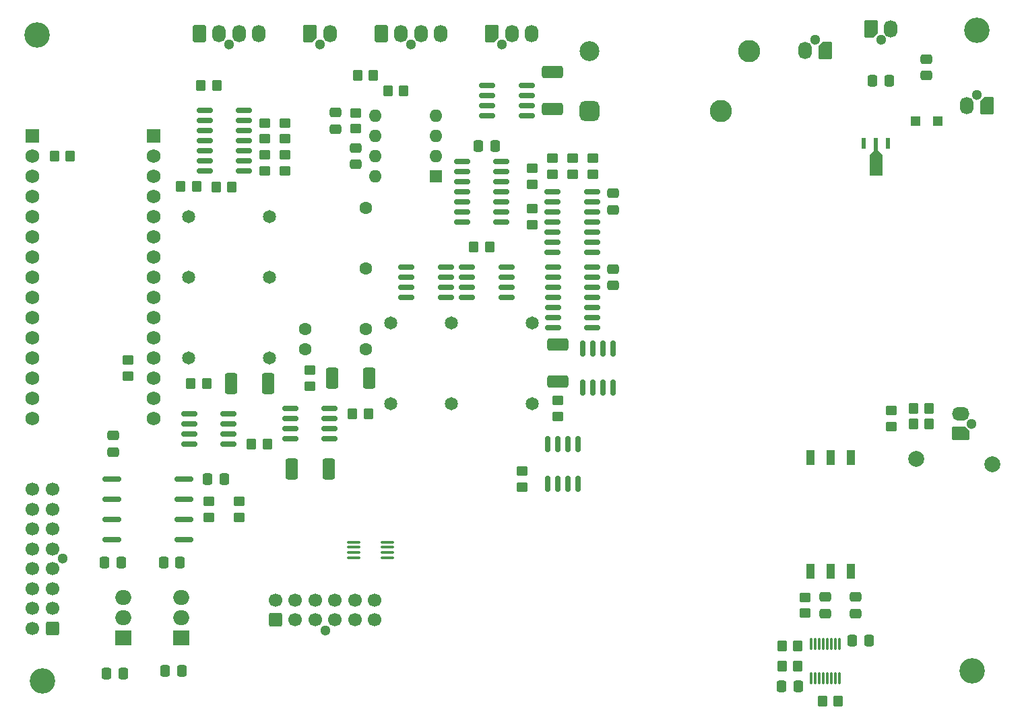
<source format=gbr>
%TF.GenerationSoftware,KiCad,Pcbnew,8.0.4*%
%TF.CreationDate,2025-02-24T12:54:05-08:00*%
%TF.ProjectId,Accumulator_Board,41636375-6d75-46c6-9174-6f725f426f61,rev?*%
%TF.SameCoordinates,Original*%
%TF.FileFunction,Soldermask,Top*%
%TF.FilePolarity,Negative*%
%FSLAX46Y46*%
G04 Gerber Fmt 4.6, Leading zero omitted, Abs format (unit mm)*
G04 Created by KiCad (PCBNEW 8.0.4) date 2025-02-24 12:54:05*
%MOMM*%
%LPD*%
G01*
G04 APERTURE LIST*
G04 Aperture macros list*
%AMRoundRect*
0 Rectangle with rounded corners*
0 $1 Rounding radius*
0 $2 $3 $4 $5 $6 $7 $8 $9 X,Y pos of 4 corners*
0 Add a 4 corners polygon primitive as box body*
4,1,4,$2,$3,$4,$5,$6,$7,$8,$9,$2,$3,0*
0 Add four circle primitives for the rounded corners*
1,1,$1+$1,$2,$3*
1,1,$1+$1,$4,$5*
1,1,$1+$1,$6,$7*
1,1,$1+$1,$8,$9*
0 Add four rect primitives between the rounded corners*
20,1,$1+$1,$2,$3,$4,$5,0*
20,1,$1+$1,$4,$5,$6,$7,0*
20,1,$1+$1,$6,$7,$8,$9,0*
20,1,$1+$1,$8,$9,$2,$3,0*%
%AMFreePoly0*
4,1,22,0.945671,0.830970,1.026777,0.776777,1.080970,0.695671,1.100000,0.600000,1.100000,-0.600000,1.080970,-0.695671,1.026777,-0.776777,0.945671,-0.830970,0.850000,-0.850000,-0.450000,-0.850000,-0.545671,-0.830970,-0.626777,-0.776777,-1.026777,-0.376777,-1.080970,-0.295671,-1.100000,-0.200000,-1.100000,0.600000,-1.080970,0.695671,-1.026777,0.776777,-0.945671,0.830970,-0.850000,0.850000,
0.850000,0.850000,0.945671,0.830970,0.945671,0.830970,$1*%
G04 Aperture macros list end*
%ADD10C,0.000000*%
%ADD11C,1.300000*%
%ADD12RoundRect,0.250000X0.600000X0.600000X-0.600000X0.600000X-0.600000X-0.600000X0.600000X-0.600000X0*%
%ADD13C,1.700000*%
%ADD14RoundRect,0.249999X-0.512501X-1.075001X0.512501X-1.075001X0.512501X1.075001X-0.512501X1.075001X0*%
%ADD15RoundRect,0.250000X0.450000X-0.350000X0.450000X0.350000X-0.450000X0.350000X-0.450000X-0.350000X0*%
%ADD16RoundRect,0.102000X-0.765000X-0.765000X0.765000X-0.765000X0.765000X0.765000X-0.765000X0.765000X0*%
%ADD17C,1.734000*%
%ADD18FreePoly0,180.000000*%
%ADD19O,2.200000X1.700000*%
%ADD20RoundRect,0.250000X0.350000X0.450000X-0.350000X0.450000X-0.350000X-0.450000X0.350000X-0.450000X0*%
%ADD21RoundRect,0.250000X0.337500X0.475000X-0.337500X0.475000X-0.337500X-0.475000X0.337500X-0.475000X0*%
%ADD22RoundRect,0.250000X-0.350000X-0.450000X0.350000X-0.450000X0.350000X0.450000X-0.350000X0.450000X0*%
%ADD23RoundRect,0.150000X-0.150000X0.825000X-0.150000X-0.825000X0.150000X-0.825000X0.150000X0.825000X0*%
%ADD24C,2.000000*%
%ADD25RoundRect,0.249999X0.512501X1.075001X-0.512501X1.075001X-0.512501X-1.075001X0.512501X-1.075001X0*%
%ADD26RoundRect,0.250000X-0.450000X0.350000X-0.450000X-0.350000X0.450000X-0.350000X0.450000X0.350000X0*%
%ADD27RoundRect,0.249999X1.075001X-0.512501X1.075001X0.512501X-1.075001X0.512501X-1.075001X-0.512501X0*%
%ADD28RoundRect,0.250000X0.600000X-0.850000X0.600000X0.850000X-0.600000X0.850000X-0.600000X-0.850000X0*%
%ADD29O,1.700000X2.200000*%
%ADD30C,3.200000*%
%ADD31R,0.533400X1.397000*%
%ADD32C,1.608074*%
%ADD33RoundRect,0.250000X-0.475000X0.337500X-0.475000X-0.337500X0.475000X-0.337500X0.475000X0.337500X0*%
%ADD34C,1.651000*%
%ADD35R,2.000000X1.905000*%
%ADD36O,2.000000X1.905000*%
%ADD37RoundRect,0.150000X-0.825000X-0.150000X0.825000X-0.150000X0.825000X0.150000X-0.825000X0.150000X0*%
%ADD38RoundRect,0.150000X0.825000X0.150000X-0.825000X0.150000X-0.825000X-0.150000X0.825000X-0.150000X0*%
%ADD39RoundRect,0.250000X0.475000X-0.337500X0.475000X0.337500X-0.475000X0.337500X-0.475000X-0.337500X0*%
%ADD40FreePoly0,90.000000*%
%ADD41RoundRect,0.250000X-0.337500X-0.475000X0.337500X-0.475000X0.337500X0.475000X-0.337500X0.475000X0*%
%ADD42RoundRect,0.075000X0.075000X-0.650000X0.075000X0.650000X-0.075000X0.650000X-0.075000X-0.650000X0*%
%ADD43RoundRect,0.625000X-0.625000X-0.625000X0.625000X-0.625000X0.625000X0.625000X-0.625000X0.625000X0*%
%ADD44C,2.800000*%
%ADD45C,2.500000*%
%ADD46R,1.600000X1.600000*%
%ADD47O,1.600000X1.600000*%
%ADD48RoundRect,0.100000X0.712500X0.100000X-0.712500X0.100000X-0.712500X-0.100000X0.712500X-0.100000X0*%
%ADD49R,1.200000X1.200000*%
%ADD50RoundRect,0.162500X-1.012500X-0.162500X1.012500X-0.162500X1.012500X0.162500X-1.012500X0.162500X0*%
%ADD51FreePoly0,270.000000*%
%ADD52R,1.020000X1.890000*%
%ADD53RoundRect,0.250000X0.600000X-0.600000X0.600000X0.600000X-0.600000X0.600000X-0.600000X-0.600000X0*%
G04 APERTURE END LIST*
D10*
%TO.C,U15*%
G36*
X132346700Y-40576500D02*
G01*
X132880100Y-41084500D01*
X132880100Y-43751500D01*
X131279900Y-43751500D01*
X131279900Y-41084500D01*
X131813300Y-40576500D01*
X131813300Y-40055800D01*
X132346700Y-40055800D01*
X132346700Y-40576500D01*
G37*
%TD*%
D11*
%TO.C,J11*%
X29915000Y-91935000D03*
D12*
X28575000Y-100685000D03*
D13*
X28575000Y-98185000D03*
X28575000Y-95685000D03*
X28575000Y-93185000D03*
X28575000Y-90685000D03*
X28575000Y-88185000D03*
X28575000Y-85685000D03*
X28575000Y-83185000D03*
X26075000Y-100685000D03*
X26075000Y-98185000D03*
X26075000Y-95685000D03*
X26075000Y-93185000D03*
X26075000Y-90685000D03*
X26075000Y-88185000D03*
X26075000Y-85685000D03*
X26075000Y-83185000D03*
%TD*%
D14*
%TO.C,D5*%
X63702500Y-69215000D03*
X68377500Y-69215000D03*
%TD*%
D15*
%TO.C,R3*%
X57785000Y-39100000D03*
X57785000Y-37100000D03*
%TD*%
D16*
%TO.C,U2*%
X26035000Y-38735000D03*
D17*
X26035000Y-41275000D03*
X26035000Y-43815000D03*
X26035000Y-46355000D03*
X26035000Y-48895000D03*
X26035000Y-51435000D03*
X26035000Y-53975000D03*
X26035000Y-56515000D03*
X26035000Y-59055000D03*
X26035000Y-61595000D03*
X26035000Y-64135000D03*
X26035000Y-66675000D03*
X26035000Y-69215000D03*
X26035000Y-71755000D03*
X26035000Y-74295000D03*
D16*
X41275000Y-38735000D03*
D17*
X41275000Y-41275000D03*
X41275000Y-43815000D03*
X41275000Y-46355000D03*
X41275000Y-48895000D03*
X41275000Y-51435000D03*
X41275000Y-53975000D03*
X41275000Y-56515000D03*
X41275000Y-59055000D03*
X41275000Y-61595000D03*
X41275000Y-64135000D03*
X41275000Y-66675000D03*
X41275000Y-69215000D03*
X41275000Y-71755000D03*
X41275000Y-74295000D03*
%TD*%
D15*
%TO.C,R28*%
X92075000Y-74025000D03*
X92075000Y-72025000D03*
%TD*%
D11*
%TO.C,J5*%
X144055000Y-74930000D03*
D18*
X142715000Y-76180000D03*
D19*
X142715000Y-73680000D03*
%TD*%
D20*
%TO.C,R15*%
X138795000Y-73025000D03*
X136795000Y-73025000D03*
%TD*%
D21*
%TO.C,C10*%
X44852500Y-106045000D03*
X42777500Y-106045000D03*
%TD*%
D22*
%TO.C,R32*%
X45990000Y-69850000D03*
X47990000Y-69850000D03*
%TD*%
D23*
%TO.C,CR4*%
X94615000Y-77535000D03*
X93345000Y-77535000D03*
X92075000Y-77535000D03*
X90805000Y-77535000D03*
X90805000Y-82485000D03*
X92075000Y-82485000D03*
X93345000Y-82485000D03*
X94615000Y-82485000D03*
%TD*%
D24*
%TO.C,TP2*%
X137160000Y-79375000D03*
%TD*%
D15*
%TO.C,R27*%
X96520000Y-43545000D03*
X96520000Y-41545000D03*
%TD*%
D20*
%TO.C,R7*%
X51165000Y-45161200D03*
X49165000Y-45161200D03*
%TD*%
D21*
%TO.C,C5*%
X122322500Y-107950000D03*
X120247500Y-107950000D03*
%TD*%
D22*
%TO.C,R9*%
X47260000Y-32385000D03*
X49260000Y-32385000D03*
%TD*%
%TO.C,R11*%
X120285000Y-102870000D03*
X122285000Y-102870000D03*
%TD*%
D25*
%TO.C,D6*%
X63297500Y-80645000D03*
X58622500Y-80645000D03*
%TD*%
D26*
%TO.C,R14*%
X133985000Y-73295000D03*
X133985000Y-75295000D03*
%TD*%
D22*
%TO.C,R6*%
X44720000Y-45110400D03*
X46720000Y-45110400D03*
%TD*%
D27*
%TO.C,D7*%
X91440000Y-35357500D03*
X91440000Y-30682500D03*
%TD*%
D11*
%TO.C,J7*%
X73660000Y-27215000D03*
D28*
X69910000Y-25875000D03*
D29*
X72410000Y-25875000D03*
X74910000Y-25875000D03*
X77410000Y-25875000D03*
%TD*%
D30*
%TO.C,REF\u002A\u002A*%
X27305000Y-107315000D03*
%TD*%
D31*
%TO.C,U15*%
X133580000Y-39649400D03*
X132080000Y-39649400D03*
X130580000Y-39649400D03*
%TD*%
D32*
%TO.C,K4*%
X67945000Y-65571000D03*
X67945000Y-63031000D03*
X67945000Y-55411000D03*
X67945000Y-47791000D03*
X60325000Y-63031000D03*
X60325000Y-65571000D03*
%TD*%
D33*
%TO.C,C17*%
X66675000Y-40237500D03*
X66675000Y-42312500D03*
%TD*%
D20*
%TO.C,R33*%
X55610000Y-77470000D03*
X53610000Y-77470000D03*
%TD*%
D34*
%TO.C,K3*%
X55880000Y-66675000D03*
X55880000Y-56515000D03*
X55880000Y-48895000D03*
X45720000Y-48895000D03*
X45720000Y-56515000D03*
X45720000Y-66675000D03*
%TD*%
D35*
%TO.C,U9*%
X44760000Y-101895000D03*
D36*
X44760000Y-99355000D03*
X44760000Y-96815000D03*
%TD*%
D37*
%TO.C,CR5*%
X45785000Y-73660000D03*
X45785000Y-74930000D03*
X45785000Y-76200000D03*
X45785000Y-77470000D03*
X50735000Y-77470000D03*
X50735000Y-76200000D03*
X50735000Y-74930000D03*
X50735000Y-73660000D03*
%TD*%
D26*
%TO.C,R29*%
X87630000Y-80915000D03*
X87630000Y-82915000D03*
%TD*%
D38*
%TO.C,CR1*%
X63435000Y-76835000D03*
X63435000Y-75565000D03*
X63435000Y-74295000D03*
X63435000Y-73025000D03*
X58485000Y-73025000D03*
X58485000Y-74295000D03*
X58485000Y-75565000D03*
X58485000Y-76835000D03*
%TD*%
D27*
%TO.C,D2*%
X92075000Y-69647500D03*
X92075000Y-64972500D03*
%TD*%
D20*
%TO.C,R18*%
X68945000Y-31115000D03*
X66945000Y-31115000D03*
%TD*%
D15*
%TO.C,R21*%
X88900000Y-44815000D03*
X88900000Y-42815000D03*
%TD*%
D39*
%TO.C,C22*%
X99060000Y-48027500D03*
X99060000Y-45952500D03*
%TD*%
D11*
%TO.C,J6*%
X62230000Y-27215000D03*
D40*
X60980000Y-25875000D03*
D29*
X63480000Y-25875000D03*
%TD*%
D41*
%TO.C,C6*%
X129137500Y-102235000D03*
X131212500Y-102235000D03*
%TD*%
D15*
%TO.C,R5*%
X55245000Y-43130000D03*
X55245000Y-41130000D03*
%TD*%
D20*
%TO.C,R16*%
X138795000Y-74930000D03*
X136795000Y-74930000D03*
%TD*%
%TO.C,R12*%
X122285000Y-105410000D03*
X120285000Y-105410000D03*
%TD*%
D34*
%TO.C,K1*%
X88887300Y-62230000D03*
X78727300Y-62230000D03*
X71107300Y-62230000D03*
X71107300Y-72390000D03*
X78727300Y-72390000D03*
X88887300Y-72390000D03*
%TD*%
D11*
%TO.C,J4*%
X50800000Y-27215000D03*
D28*
X47050000Y-25875000D03*
D29*
X49550000Y-25875000D03*
X52050000Y-25875000D03*
X54550000Y-25875000D03*
%TD*%
D11*
%TO.C,J1*%
X85090000Y-27215000D03*
D40*
X83840000Y-25875000D03*
D29*
X86340000Y-25875000D03*
X88840000Y-25875000D03*
%TD*%
D42*
%TO.C,U8*%
X123980000Y-106925000D03*
X124480000Y-106925000D03*
X124980000Y-106925000D03*
X125480000Y-106925000D03*
X125980000Y-106925000D03*
X126480000Y-106925000D03*
X126980000Y-106925000D03*
X127480000Y-106925000D03*
X127480000Y-102625000D03*
X126980000Y-102625000D03*
X126480000Y-102625000D03*
X125980000Y-102625000D03*
X125480000Y-102625000D03*
X124980000Y-102625000D03*
X124480000Y-102625000D03*
X123980000Y-102625000D03*
%TD*%
D41*
%TO.C,C18*%
X82147500Y-40005000D03*
X84222500Y-40005000D03*
%TD*%
D38*
%TO.C,CR3*%
X85660000Y-59055000D03*
X85660000Y-57785000D03*
X85660000Y-56515000D03*
X85660000Y-55245000D03*
X80710000Y-55245000D03*
X80710000Y-56515000D03*
X80710000Y-57785000D03*
X80710000Y-59055000D03*
%TD*%
D20*
%TO.C,R30*%
X83550000Y-52705000D03*
X81550000Y-52705000D03*
%TD*%
D43*
%TO.C,K2*%
X96120000Y-35590000D03*
D44*
X112620000Y-35590000D03*
X116120000Y-28090000D03*
D45*
X96120000Y-28090000D03*
%TD*%
D38*
%TO.C,CR2*%
X78040000Y-59055000D03*
X78040000Y-57785000D03*
X78040000Y-56515000D03*
X78040000Y-55245000D03*
X73090000Y-55245000D03*
X73090000Y-56515000D03*
X73090000Y-57785000D03*
X73090000Y-59055000D03*
%TD*%
D22*
%TO.C,R10*%
X125365000Y-109855000D03*
X127365000Y-109855000D03*
%TD*%
D21*
%TO.C,C1*%
X50165000Y-81915000D03*
X48090000Y-81915000D03*
%TD*%
D37*
%TO.C,U7*%
X80075000Y-41910000D03*
X80075000Y-43180000D03*
X80075000Y-44450000D03*
X80075000Y-45720000D03*
X80075000Y-46990000D03*
X80075000Y-48260000D03*
X80075000Y-49530000D03*
X85025000Y-49530000D03*
X85025000Y-48260000D03*
X85025000Y-46990000D03*
X85025000Y-45720000D03*
X85025000Y-44450000D03*
X85025000Y-43180000D03*
X85025000Y-41910000D03*
%TD*%
D14*
%TO.C,D4*%
X51002500Y-69850000D03*
X55677500Y-69850000D03*
%TD*%
D39*
%TO.C,C9*%
X99060000Y-57552500D03*
X99060000Y-55477500D03*
%TD*%
D23*
%TO.C,Q1*%
X99060000Y-65470000D03*
X97790000Y-65470000D03*
X96520000Y-65470000D03*
X95250000Y-65470000D03*
X95250000Y-70420000D03*
X96520000Y-70420000D03*
X97790000Y-70420000D03*
X99060000Y-70420000D03*
%TD*%
D33*
%TO.C,C8*%
X125730000Y-96752500D03*
X125730000Y-98827500D03*
%TD*%
D41*
%TO.C,C11*%
X35390000Y-106340000D03*
X37465000Y-106340000D03*
%TD*%
D15*
%TO.C,R35*%
X38100000Y-68945000D03*
X38100000Y-66945000D03*
%TD*%
D37*
%TO.C,Q2*%
X83250000Y-32385000D03*
X83250000Y-33655000D03*
X83250000Y-34925000D03*
X83250000Y-36195000D03*
X88200000Y-36195000D03*
X88200000Y-34925000D03*
X88200000Y-33655000D03*
X88200000Y-32385000D03*
%TD*%
D33*
%TO.C,C2*%
X36195000Y-76432500D03*
X36195000Y-78507500D03*
%TD*%
D37*
%TO.C,U16*%
X91505000Y-55245000D03*
X91505000Y-56515000D03*
X91505000Y-57785000D03*
X91505000Y-59055000D03*
X91505000Y-60325000D03*
X91505000Y-61595000D03*
X91505000Y-62865000D03*
X96455000Y-62865000D03*
X96455000Y-61595000D03*
X96455000Y-60325000D03*
X96455000Y-59055000D03*
X96455000Y-57785000D03*
X96455000Y-56515000D03*
X96455000Y-55245000D03*
%TD*%
D26*
%TO.C,R1*%
X48260000Y-84725000D03*
X48260000Y-86725000D03*
%TD*%
D20*
%TO.C,R2*%
X30845000Y-41275000D03*
X28845000Y-41275000D03*
%TD*%
D38*
%TO.C,U5*%
X52690000Y-43130000D03*
X52690000Y-41860000D03*
X52690000Y-40590000D03*
X52690000Y-39320000D03*
X52690000Y-38050000D03*
X52690000Y-36780000D03*
X52690000Y-35510000D03*
X47740000Y-35510000D03*
X47740000Y-36780000D03*
X47740000Y-38050000D03*
X47740000Y-39320000D03*
X47740000Y-40590000D03*
X47740000Y-41860000D03*
X47740000Y-43130000D03*
%TD*%
D46*
%TO.C,U12*%
X76825000Y-43805000D03*
D47*
X76825000Y-41265000D03*
X76825000Y-38725000D03*
X76825000Y-36185000D03*
X69205000Y-36185000D03*
X69205000Y-38725000D03*
X69205000Y-41265000D03*
X69205000Y-43805000D03*
%TD*%
D11*
%TO.C,J10*%
X132715000Y-26580000D03*
D40*
X131465000Y-25240000D03*
D29*
X133965000Y-25240000D03*
%TD*%
D26*
%TO.C,R19*%
X88900000Y-47895000D03*
X88900000Y-49895000D03*
%TD*%
D48*
%TO.C,U6*%
X70692500Y-91780000D03*
X70692500Y-91130000D03*
X70692500Y-90480000D03*
X70692500Y-89830000D03*
X66467500Y-89830000D03*
X66467500Y-90480000D03*
X66467500Y-91130000D03*
X66467500Y-91780000D03*
%TD*%
D30*
%TO.C,REF\u002A\u002A*%
X144145000Y-106045000D03*
%TD*%
D26*
%TO.C,R4*%
X57785000Y-41130000D03*
X57785000Y-43130000D03*
%TD*%
D49*
%TO.C,D8*%
X139830000Y-36830000D03*
X137030000Y-36830000D03*
%TD*%
D15*
%TO.C,R8*%
X55245000Y-39100000D03*
X55245000Y-37100000D03*
%TD*%
D26*
%TO.C,R36*%
X52070000Y-84725000D03*
X52070000Y-86725000D03*
%TD*%
D21*
%TO.C,C14*%
X44620000Y-92370000D03*
X42545000Y-92370000D03*
%TD*%
D15*
%TO.C,R22*%
X60960000Y-70215000D03*
X60960000Y-68215000D03*
%TD*%
D35*
%TO.C,U10*%
X37465000Y-101895000D03*
D36*
X37465000Y-99355000D03*
X37465000Y-96815000D03*
%TD*%
D37*
%TO.C,U4*%
X91440000Y-45720000D03*
X91440000Y-46990000D03*
X91440000Y-48260000D03*
X91440000Y-49530000D03*
X91440000Y-50800000D03*
X91440000Y-52070000D03*
X91440000Y-53340000D03*
X96390000Y-53340000D03*
X96390000Y-52070000D03*
X96390000Y-50800000D03*
X96390000Y-49530000D03*
X96390000Y-48260000D03*
X96390000Y-46990000D03*
X96390000Y-45720000D03*
%TD*%
D26*
%TO.C,R26*%
X93980000Y-41545000D03*
X93980000Y-43545000D03*
%TD*%
D50*
%TO.C,U1*%
X36035000Y-81915000D03*
X36035000Y-84455000D03*
X36035000Y-86995000D03*
X36035000Y-89535000D03*
X45085000Y-89535000D03*
X45085000Y-86995000D03*
X45085000Y-84455000D03*
X45085000Y-81915000D03*
%TD*%
D39*
%TO.C,C23*%
X138430000Y-31115000D03*
X138430000Y-29040000D03*
%TD*%
D11*
%TO.C,J8*%
X124460000Y-26600000D03*
D51*
X125710000Y-27940000D03*
D29*
X123210000Y-27940000D03*
%TD*%
D33*
%TO.C,C7*%
X129540000Y-96752500D03*
X129540000Y-98827500D03*
%TD*%
%TO.C,C20*%
X64135000Y-35792500D03*
X64135000Y-37867500D03*
%TD*%
D20*
%TO.C,R17*%
X72755000Y-33020000D03*
X70755000Y-33020000D03*
%TD*%
D24*
%TO.C,TP1*%
X146685000Y-80010000D03*
%TD*%
D26*
%TO.C,R13*%
X123190000Y-96790000D03*
X123190000Y-98790000D03*
%TD*%
D30*
%TO.C,REF\u002A\u002A*%
X144780000Y-25400000D03*
%TD*%
%TO.C,REF\u002A\u002A*%
X26670000Y-26035000D03*
%TD*%
D15*
%TO.C,R20*%
X91440000Y-43545000D03*
X91440000Y-41545000D03*
%TD*%
D22*
%TO.C,R31*%
X66310000Y-73660000D03*
X68310000Y-73660000D03*
%TD*%
D11*
%TO.C,J9*%
X144780000Y-33585000D03*
D51*
X146030000Y-34925000D03*
D29*
X143530000Y-34925000D03*
%TD*%
D15*
%TO.C,R23*%
X66675000Y-37830000D03*
X66675000Y-35830000D03*
%TD*%
D21*
%TO.C,C13*%
X37232500Y-92370000D03*
X35157500Y-92370000D03*
%TD*%
D41*
%TO.C,C24*%
X131677500Y-31750000D03*
X133752500Y-31750000D03*
%TD*%
D52*
%TO.C,L1*%
X128905000Y-79215000D03*
X126365000Y-79215000D03*
X123825000Y-79215000D03*
X123825000Y-93505000D03*
X126365000Y-93505000D03*
X128905000Y-93505000D03*
%TD*%
D11*
%TO.C,J2*%
X62865000Y-100965000D03*
D53*
X56615000Y-99625000D03*
D13*
X59115000Y-99625000D03*
X61615000Y-99625000D03*
X64115000Y-99625000D03*
X66615000Y-99625000D03*
X69115000Y-99625000D03*
X56615000Y-97125000D03*
X59115000Y-97125000D03*
X61615000Y-97125000D03*
X64115000Y-97125000D03*
X66615000Y-97125000D03*
X69115000Y-97125000D03*
%TD*%
M02*

</source>
